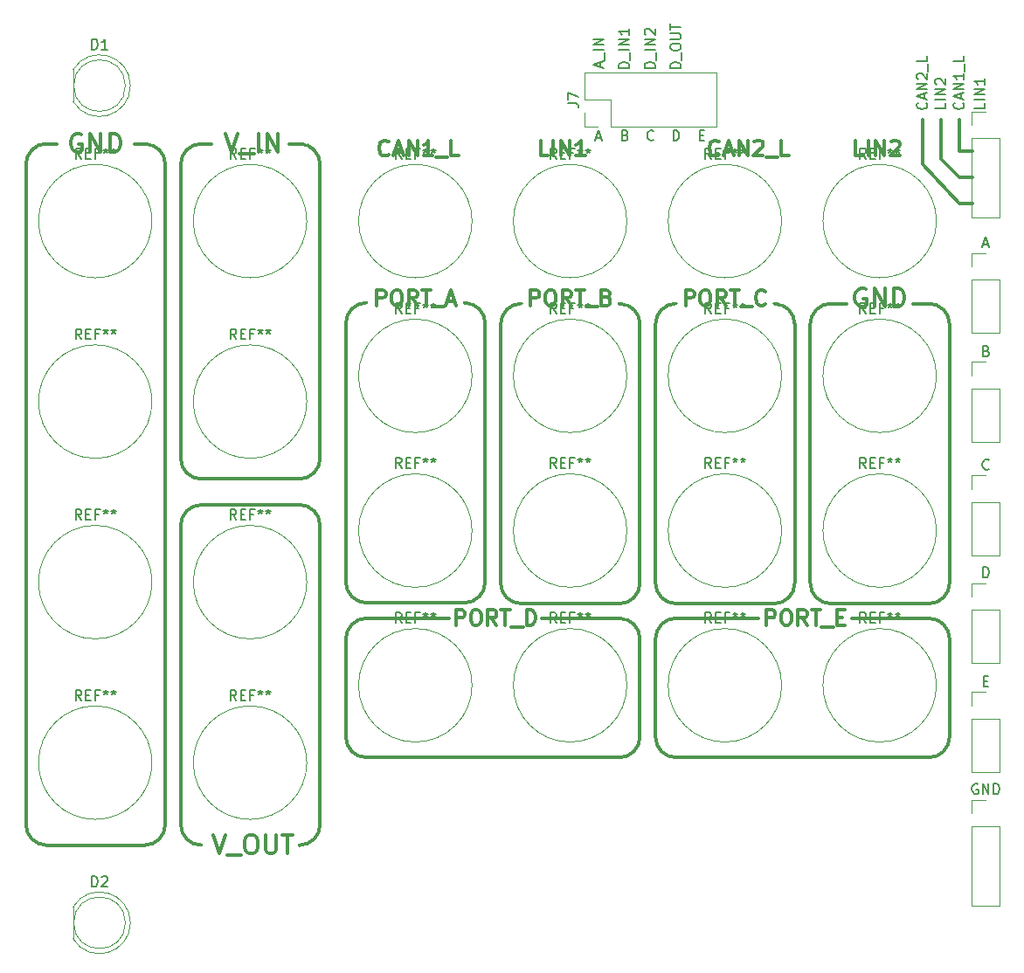
<source format=gto>
G04 #@! TF.GenerationSoftware,KiCad,Pcbnew,(6.0.1)*
G04 #@! TF.CreationDate,2022-03-31T21:17:37+02:00*
G04 #@! TF.ProjectId,Breadboard,42726561-6462-46f6-9172-642e6b696361,v1.0*
G04 #@! TF.SameCoordinates,Original*
G04 #@! TF.FileFunction,Legend,Top*
G04 #@! TF.FilePolarity,Positive*
%FSLAX46Y46*%
G04 Gerber Fmt 4.6, Leading zero omitted, Abs format (unit mm)*
G04 Created by KiCad (PCBNEW (6.0.1)) date 2022-03-31 21:17:37*
%MOMM*%
%LPD*%
G01*
G04 APERTURE LIST*
%ADD10C,0.300000*%
%ADD11C,0.150000*%
%ADD12C,0.120000*%
%ADD13R,1.700000X1.700000*%
%ADD14O,1.700000X1.700000*%
%ADD15C,10.160000*%
%ADD16R,1.800000X1.800000*%
%ADD17C,1.800000*%
%ADD18C,3.200000*%
%ADD19C,1.600000*%
%ADD20O,1.600000X1.600000*%
%ADD21R,2.100000X2.100000*%
%ADD22C,2.100000*%
%ADD23R,1.905000X2.000000*%
%ADD24O,1.905000X2.000000*%
%ADD25R,2.600000X2.600000*%
%ADD26C,2.600000*%
G04 APERTURE END LIST*
D10*
X116500000Y-60000000D02*
G75*
G03*
X114500000Y-62000000I-1J-1999999D01*
G01*
X186999999Y-119500001D02*
G75*
G03*
X188999999Y-117500001I1J1999999D01*
G01*
X186999999Y-119500001D02*
X162500000Y-119500001D01*
X179500000Y-106000001D02*
X187000000Y-106000001D01*
X159000000Y-108000000D02*
G75*
G03*
X157000000Y-106000000I-1999999J1D01*
G01*
X110999997Y-128000027D02*
G75*
G03*
X112999997Y-126000027I1J1999999D01*
G01*
X114500001Y-90499999D02*
X114500000Y-62000000D01*
X191214000Y-63260000D02*
X189944000Y-63260000D01*
X156999999Y-119500000D02*
G75*
G03*
X158999999Y-117500000I1J1999999D01*
G01*
X149500000Y-106000000D02*
X157000000Y-106000000D01*
X172000003Y-104585786D02*
G75*
G03*
X174000003Y-102585786I1J1999999D01*
G01*
X132500000Y-104499999D02*
X142000000Y-104500000D01*
X162500003Y-104585785D02*
X172000003Y-104585786D01*
X188166000Y-61482000D02*
X188166000Y-57672000D01*
X128000000Y-126000000D02*
X128000000Y-97000000D01*
X126000000Y-60000000D02*
X125000003Y-59999973D01*
X147500003Y-104585785D02*
X157000003Y-104585786D01*
X126000000Y-92500000D02*
G75*
G03*
X128000000Y-90500000I1J1999999D01*
G01*
X112999997Y-62000027D02*
G75*
G03*
X110999997Y-60000027I-1999999J1D01*
G01*
X128000000Y-97000000D02*
G75*
G03*
X126000000Y-95000000I-1999999J1D01*
G01*
X186388000Y-61990000D02*
X186388000Y-57672000D01*
X116500000Y-95000000D02*
G75*
G03*
X114500000Y-97000000I-1J-1999999D01*
G01*
X114500000Y-97000000D02*
X114500000Y-126000000D01*
X178500000Y-75500000D02*
X179000000Y-75500000D01*
X128000000Y-62000000D02*
X128000000Y-90500000D01*
X99499998Y-126000026D02*
G75*
G03*
X101499998Y-128000026I1999999J-1D01*
G01*
X101499997Y-60000027D02*
G75*
G03*
X99499997Y-62000027I-1J-1999999D01*
G01*
X145500004Y-102585785D02*
X145500000Y-77500000D01*
X191214000Y-60720000D02*
X189944000Y-60720000D01*
X130500001Y-102499999D02*
G75*
G03*
X132500001Y-104499999I1999999J-1D01*
G01*
X132500000Y-106000000D02*
G75*
G03*
X130500000Y-108000000I-1J-1999999D01*
G01*
X162500000Y-106000001D02*
X170500000Y-106000001D01*
X126000000Y-95000000D02*
X116500000Y-95000000D01*
X189944000Y-60720000D02*
X189944000Y-57672000D01*
X117500000Y-60000000D02*
X116500003Y-59999973D01*
X188999999Y-117500001D02*
X189000000Y-108000001D01*
X110999997Y-60000027D02*
X110000000Y-60000000D01*
X132499997Y-75414214D02*
G75*
G03*
X130499997Y-77414214I-1J-1999999D01*
G01*
X114500000Y-126000000D02*
G75*
G03*
X116500000Y-128000000I1999999J-1D01*
G01*
X114500001Y-90499999D02*
G75*
G03*
X116500001Y-92499999I1999999J-1D01*
G01*
X147500000Y-75500000D02*
G75*
G03*
X145500000Y-77500000I-1J-1999999D01*
G01*
X162500000Y-75500000D02*
G75*
G03*
X160500000Y-77500000I-1J-1999999D01*
G01*
X157000003Y-104585786D02*
G75*
G03*
X159000003Y-102585786I1J1999999D01*
G01*
X159000000Y-77500000D02*
X159000003Y-102585786D01*
X130500000Y-117500000D02*
G75*
G03*
X132500000Y-119500000I1999999J-1D01*
G01*
X175500004Y-102585785D02*
G75*
G03*
X177500004Y-104585785I1999999J-1D01*
G01*
X130500000Y-108000000D02*
X130499973Y-117499997D01*
X175500004Y-102585785D02*
X175500000Y-77500000D01*
X159000000Y-77500000D02*
G75*
G03*
X157000000Y-75500000I-1999999J1D01*
G01*
X143999997Y-77414214D02*
X144000000Y-102500000D01*
X132500000Y-106000000D02*
X140500000Y-106000000D01*
X128000000Y-62000000D02*
G75*
G03*
X126000000Y-60000000I-1999999J1D01*
G01*
X189000000Y-77500000D02*
G75*
G03*
X187000000Y-75500000I-1999999J1D01*
G01*
X189944000Y-63260000D02*
X188166000Y-61482000D01*
X174000000Y-77500000D02*
G75*
G03*
X172000000Y-75500000I-1999999J1D01*
G01*
X187000003Y-104585786D02*
G75*
G03*
X189000003Y-102585786I1J1999999D01*
G01*
X160500004Y-102585785D02*
G75*
G03*
X162500004Y-104585785I1999999J-1D01*
G01*
X160500000Y-117500001D02*
G75*
G03*
X162500000Y-119500001I1999999J-1D01*
G01*
X158999999Y-117500000D02*
X159000000Y-108000000D01*
X126000000Y-128000000D02*
G75*
G03*
X128000000Y-126000000I1J1999999D01*
G01*
X99500000Y-62000027D02*
X99500000Y-126000027D01*
X177500000Y-75500000D02*
G75*
G03*
X175500000Y-77500000I-1J-1999999D01*
G01*
X113000000Y-126000027D02*
X113000000Y-62000027D01*
X189944000Y-65800000D02*
X186388000Y-61990000D01*
X187000000Y-75500000D02*
X185500000Y-75500000D01*
X142000000Y-104500000D02*
G75*
G03*
X144000000Y-102500000I1J1999999D01*
G01*
X130500001Y-102499999D02*
X130499997Y-77414214D01*
X102500000Y-60000000D02*
X101499997Y-60000027D01*
X177500003Y-104585785D02*
X187000003Y-104585786D01*
X160500000Y-108000001D02*
X160499973Y-117499998D01*
X116500000Y-92499999D02*
X126000000Y-92500000D01*
X174000000Y-77500000D02*
X174000003Y-102585786D01*
X101500000Y-128000026D02*
X111000000Y-128000027D01*
X191214000Y-65800000D02*
X189944000Y-65800000D01*
X189000000Y-108000001D02*
G75*
G03*
X187000000Y-106000001I-1999999J1D01*
G01*
X156999999Y-119500000D02*
X132500000Y-119500000D01*
X143999997Y-77414214D02*
G75*
G03*
X141999997Y-75414214I-1999999J1D01*
G01*
X177500000Y-75500000D02*
X178500000Y-75500000D01*
X145500004Y-102585785D02*
G75*
G03*
X147500004Y-104585785I1999999J-1D01*
G01*
X160500004Y-102585785D02*
X160500000Y-77500000D01*
X162500000Y-106000001D02*
G75*
G03*
X160500000Y-108000001I-1J-1999999D01*
G01*
X189000000Y-77500000D02*
X189000003Y-102585786D01*
X118842857Y-59014285D02*
X119442857Y-60814285D01*
X120042857Y-59014285D01*
X120214285Y-60985714D02*
X121585714Y-60985714D01*
X122014285Y-60814285D02*
X122014285Y-59014285D01*
X122871428Y-60814285D02*
X122871428Y-59014285D01*
X123900000Y-60814285D01*
X123900000Y-59014285D01*
D11*
X190301142Y-56020761D02*
X190348761Y-56068380D01*
X190396380Y-56211238D01*
X190396380Y-56306476D01*
X190348761Y-56449333D01*
X190253523Y-56544571D01*
X190158285Y-56592190D01*
X189967809Y-56639809D01*
X189824952Y-56639809D01*
X189634476Y-56592190D01*
X189539238Y-56544571D01*
X189444000Y-56449333D01*
X189396380Y-56306476D01*
X189396380Y-56211238D01*
X189444000Y-56068380D01*
X189491619Y-56020761D01*
X190110666Y-55639809D02*
X190110666Y-55163619D01*
X190396380Y-55735047D02*
X189396380Y-55401714D01*
X190396380Y-55068380D01*
X190396380Y-54735047D02*
X189396380Y-54735047D01*
X190396380Y-54163619D01*
X189396380Y-54163619D01*
X190396380Y-53163619D02*
X190396380Y-53735047D01*
X190396380Y-53449333D02*
X189396380Y-53449333D01*
X189539238Y-53544571D01*
X189634476Y-53639809D01*
X189682095Y-53735047D01*
X190491619Y-52973142D02*
X190491619Y-52211238D01*
X190396380Y-51496952D02*
X190396380Y-51973142D01*
X189396380Y-51973142D01*
D10*
X141178571Y-106678571D02*
X141178571Y-105178571D01*
X141750000Y-105178571D01*
X141892857Y-105250000D01*
X141964285Y-105321428D01*
X142035714Y-105464285D01*
X142035714Y-105678571D01*
X141964285Y-105821428D01*
X141892857Y-105892857D01*
X141750000Y-105964285D01*
X141178571Y-105964285D01*
X142964285Y-105178571D02*
X143250000Y-105178571D01*
X143392857Y-105250000D01*
X143535714Y-105392857D01*
X143607142Y-105678571D01*
X143607142Y-106178571D01*
X143535714Y-106464285D01*
X143392857Y-106607142D01*
X143250000Y-106678571D01*
X142964285Y-106678571D01*
X142821428Y-106607142D01*
X142678571Y-106464285D01*
X142607142Y-106178571D01*
X142607142Y-105678571D01*
X142678571Y-105392857D01*
X142821428Y-105250000D01*
X142964285Y-105178571D01*
X145107142Y-106678571D02*
X144607142Y-105964285D01*
X144250000Y-106678571D02*
X144250000Y-105178571D01*
X144821428Y-105178571D01*
X144964285Y-105250000D01*
X145035714Y-105321428D01*
X145107142Y-105464285D01*
X145107142Y-105678571D01*
X145035714Y-105821428D01*
X144964285Y-105892857D01*
X144821428Y-105964285D01*
X144250000Y-105964285D01*
X145535714Y-105178571D02*
X146392857Y-105178571D01*
X145964285Y-106678571D02*
X145964285Y-105178571D01*
X146535714Y-106821428D02*
X147678571Y-106821428D01*
X148035714Y-106678571D02*
X148035714Y-105178571D01*
X148392857Y-105178571D01*
X148607142Y-105250000D01*
X148750000Y-105392857D01*
X148821428Y-105535714D01*
X148892857Y-105821428D01*
X148892857Y-106035714D01*
X148821428Y-106321428D01*
X148750000Y-106464285D01*
X148607142Y-106607142D01*
X148392857Y-106678571D01*
X148035714Y-106678571D01*
X180858571Y-74100000D02*
X180687142Y-74014285D01*
X180430000Y-74014285D01*
X180172857Y-74100000D01*
X180001428Y-74271428D01*
X179915714Y-74442857D01*
X179830000Y-74785714D01*
X179830000Y-75042857D01*
X179915714Y-75385714D01*
X180001428Y-75557142D01*
X180172857Y-75728571D01*
X180430000Y-75814285D01*
X180601428Y-75814285D01*
X180858571Y-75728571D01*
X180944285Y-75642857D01*
X180944285Y-75042857D01*
X180601428Y-75042857D01*
X181715714Y-75814285D02*
X181715714Y-74014285D01*
X182744285Y-75814285D01*
X182744285Y-74014285D01*
X183601428Y-75814285D02*
X183601428Y-74014285D01*
X184030000Y-74014285D01*
X184287142Y-74100000D01*
X184458571Y-74271428D01*
X184544285Y-74442857D01*
X184630000Y-74785714D01*
X184630000Y-75042857D01*
X184544285Y-75385714D01*
X184458571Y-75557142D01*
X184287142Y-75728571D01*
X184030000Y-75814285D01*
X183601428Y-75814285D01*
D11*
X154761904Y-59416666D02*
X155238095Y-59416666D01*
X154666666Y-59702380D02*
X155000000Y-58702380D01*
X155333333Y-59702380D01*
X162238095Y-59702380D02*
X162238095Y-58702380D01*
X162476190Y-58702380D01*
X162619047Y-58750000D01*
X162714285Y-58845238D01*
X162761904Y-58940476D01*
X162809523Y-59130952D01*
X162809523Y-59273809D01*
X162761904Y-59464285D01*
X162714285Y-59559523D01*
X162619047Y-59654761D01*
X162476190Y-59702380D01*
X162238095Y-59702380D01*
D10*
X134642857Y-61035714D02*
X134571428Y-61107142D01*
X134357142Y-61178571D01*
X134214285Y-61178571D01*
X134000000Y-61107142D01*
X133857142Y-60964285D01*
X133785714Y-60821428D01*
X133714285Y-60535714D01*
X133714285Y-60321428D01*
X133785714Y-60035714D01*
X133857142Y-59892857D01*
X134000000Y-59750000D01*
X134214285Y-59678571D01*
X134357142Y-59678571D01*
X134571428Y-59750000D01*
X134642857Y-59821428D01*
X135214285Y-60750000D02*
X135928571Y-60750000D01*
X135071428Y-61178571D02*
X135571428Y-59678571D01*
X136071428Y-61178571D01*
X136571428Y-61178571D02*
X136571428Y-59678571D01*
X137428571Y-61178571D01*
X137428571Y-59678571D01*
X138928571Y-61178571D02*
X138071428Y-61178571D01*
X138500000Y-61178571D02*
X138500000Y-59678571D01*
X138357142Y-59892857D01*
X138214285Y-60035714D01*
X138071428Y-60107142D01*
X139214285Y-61321428D02*
X140357142Y-61321428D01*
X141428571Y-61178571D02*
X140714285Y-61178571D01*
X140714285Y-59678571D01*
D11*
X192428380Y-56060571D02*
X192428380Y-56536761D01*
X191428380Y-56536761D01*
X192428380Y-55727238D02*
X191428380Y-55727238D01*
X192428380Y-55251047D02*
X191428380Y-55251047D01*
X192428380Y-54679619D01*
X191428380Y-54679619D01*
X192428380Y-53679619D02*
X192428380Y-54251047D01*
X192428380Y-53965333D02*
X191428380Y-53965333D01*
X191571238Y-54060571D01*
X191666476Y-54155809D01*
X191714095Y-54251047D01*
D10*
X166642857Y-61035714D02*
X166571428Y-61107142D01*
X166357142Y-61178571D01*
X166214285Y-61178571D01*
X166000000Y-61107142D01*
X165857142Y-60964285D01*
X165785714Y-60821428D01*
X165714285Y-60535714D01*
X165714285Y-60321428D01*
X165785714Y-60035714D01*
X165857142Y-59892857D01*
X166000000Y-59750000D01*
X166214285Y-59678571D01*
X166357142Y-59678571D01*
X166571428Y-59750000D01*
X166642857Y-59821428D01*
X167214285Y-60750000D02*
X167928571Y-60750000D01*
X167071428Y-61178571D02*
X167571428Y-59678571D01*
X168071428Y-61178571D01*
X168571428Y-61178571D02*
X168571428Y-59678571D01*
X169428571Y-61178571D01*
X169428571Y-59678571D01*
X170071428Y-59821428D02*
X170142857Y-59750000D01*
X170285714Y-59678571D01*
X170642857Y-59678571D01*
X170785714Y-59750000D01*
X170857142Y-59821428D01*
X170928571Y-59964285D01*
X170928571Y-60107142D01*
X170857142Y-60321428D01*
X170000000Y-61178571D01*
X170928571Y-61178571D01*
X171214285Y-61321428D02*
X172357142Y-61321428D01*
X173428571Y-61178571D02*
X172714285Y-61178571D01*
X172714285Y-59678571D01*
D11*
X160309523Y-59607142D02*
X160261904Y-59654761D01*
X160119047Y-59702380D01*
X160023809Y-59702380D01*
X159880952Y-59654761D01*
X159785714Y-59559523D01*
X159738095Y-59464285D01*
X159690476Y-59273809D01*
X159690476Y-59130952D01*
X159738095Y-58940476D01*
X159785714Y-58845238D01*
X159880952Y-58750000D01*
X160023809Y-58702380D01*
X160119047Y-58702380D01*
X160261904Y-58750000D01*
X160309523Y-58797619D01*
D10*
X180607142Y-61178571D02*
X179892857Y-61178571D01*
X179892857Y-59678571D01*
X181107142Y-61178571D02*
X181107142Y-59678571D01*
X181821428Y-61178571D02*
X181821428Y-59678571D01*
X182678571Y-61178571D01*
X182678571Y-59678571D01*
X183321428Y-59821428D02*
X183392857Y-59750000D01*
X183535714Y-59678571D01*
X183892857Y-59678571D01*
X184035714Y-59750000D01*
X184107142Y-59821428D01*
X184178571Y-59964285D01*
X184178571Y-60107142D01*
X184107142Y-60321428D01*
X183250000Y-61178571D01*
X184178571Y-61178571D01*
D11*
X160452380Y-52664404D02*
X159452380Y-52664404D01*
X159452380Y-52426309D01*
X159500000Y-52283452D01*
X159595238Y-52188214D01*
X159690476Y-52140595D01*
X159880952Y-52092976D01*
X160023809Y-52092976D01*
X160214285Y-52140595D01*
X160309523Y-52188214D01*
X160404761Y-52283452D01*
X160452380Y-52426309D01*
X160452380Y-52664404D01*
X160547619Y-51902500D02*
X160547619Y-51140595D01*
X160452380Y-50902500D02*
X159452380Y-50902500D01*
X160452380Y-50426309D02*
X159452380Y-50426309D01*
X160452380Y-49854880D01*
X159452380Y-49854880D01*
X159547619Y-49426309D02*
X159500000Y-49378690D01*
X159452380Y-49283452D01*
X159452380Y-49045357D01*
X159500000Y-48950119D01*
X159547619Y-48902500D01*
X159642857Y-48854880D01*
X159738095Y-48854880D01*
X159880952Y-48902500D01*
X160452380Y-49473928D01*
X160452380Y-48854880D01*
D10*
X171250000Y-106678571D02*
X171250000Y-105178571D01*
X171821428Y-105178571D01*
X171964285Y-105250000D01*
X172035714Y-105321428D01*
X172107142Y-105464285D01*
X172107142Y-105678571D01*
X172035714Y-105821428D01*
X171964285Y-105892857D01*
X171821428Y-105964285D01*
X171250000Y-105964285D01*
X173035714Y-105178571D02*
X173321428Y-105178571D01*
X173464285Y-105250000D01*
X173607142Y-105392857D01*
X173678571Y-105678571D01*
X173678571Y-106178571D01*
X173607142Y-106464285D01*
X173464285Y-106607142D01*
X173321428Y-106678571D01*
X173035714Y-106678571D01*
X172892857Y-106607142D01*
X172750000Y-106464285D01*
X172678571Y-106178571D01*
X172678571Y-105678571D01*
X172750000Y-105392857D01*
X172892857Y-105250000D01*
X173035714Y-105178571D01*
X175178571Y-106678571D02*
X174678571Y-105964285D01*
X174321428Y-106678571D02*
X174321428Y-105178571D01*
X174892857Y-105178571D01*
X175035714Y-105250000D01*
X175107142Y-105321428D01*
X175178571Y-105464285D01*
X175178571Y-105678571D01*
X175107142Y-105821428D01*
X175035714Y-105892857D01*
X174892857Y-105964285D01*
X174321428Y-105964285D01*
X175607142Y-105178571D02*
X176464285Y-105178571D01*
X176035714Y-106678571D02*
X176035714Y-105178571D01*
X176607142Y-106821428D02*
X177750000Y-106821428D01*
X178107142Y-105892857D02*
X178607142Y-105892857D01*
X178821428Y-106678571D02*
X178107142Y-106678571D01*
X178107142Y-105178571D01*
X178821428Y-105178571D01*
X150107142Y-61178571D02*
X149392857Y-61178571D01*
X149392857Y-59678571D01*
X150607142Y-61178571D02*
X150607142Y-59678571D01*
X151321428Y-61178571D02*
X151321428Y-59678571D01*
X152178571Y-61178571D01*
X152178571Y-59678571D01*
X153678571Y-61178571D02*
X152821428Y-61178571D01*
X153250000Y-61178571D02*
X153250000Y-59678571D01*
X153107142Y-59892857D01*
X152964285Y-60035714D01*
X152821428Y-60107142D01*
D11*
X188618380Y-56060571D02*
X188618380Y-56536761D01*
X187618380Y-56536761D01*
X188618380Y-55727238D02*
X187618380Y-55727238D01*
X188618380Y-55251047D02*
X187618380Y-55251047D01*
X188618380Y-54679619D01*
X187618380Y-54679619D01*
X187713619Y-54251047D02*
X187666000Y-54203428D01*
X187618380Y-54108190D01*
X187618380Y-53870095D01*
X187666000Y-53774857D01*
X187713619Y-53727238D01*
X187808857Y-53679619D01*
X187904095Y-53679619D01*
X188046952Y-53727238D01*
X188618380Y-54298666D01*
X188618380Y-53679619D01*
X157952380Y-52664404D02*
X156952380Y-52664404D01*
X156952380Y-52426309D01*
X157000000Y-52283452D01*
X157095238Y-52188214D01*
X157190476Y-52140595D01*
X157380952Y-52092976D01*
X157523809Y-52092976D01*
X157714285Y-52140595D01*
X157809523Y-52188214D01*
X157904761Y-52283452D01*
X157952380Y-52426309D01*
X157952380Y-52664404D01*
X158047619Y-51902500D02*
X158047619Y-51140595D01*
X157952380Y-50902500D02*
X156952380Y-50902500D01*
X157952380Y-50426309D02*
X156952380Y-50426309D01*
X157952380Y-49854880D01*
X156952380Y-49854880D01*
X157952380Y-48854880D02*
X157952380Y-49426309D01*
X157952380Y-49140595D02*
X156952380Y-49140595D01*
X157095238Y-49235833D01*
X157190476Y-49331071D01*
X157238095Y-49426309D01*
X157571428Y-59178571D02*
X157714285Y-59226190D01*
X157761904Y-59273809D01*
X157809523Y-59369047D01*
X157809523Y-59511904D01*
X157761904Y-59607142D01*
X157714285Y-59654761D01*
X157619047Y-59702380D01*
X157238095Y-59702380D01*
X157238095Y-58702380D01*
X157571428Y-58702380D01*
X157666666Y-58750000D01*
X157714285Y-58797619D01*
X157761904Y-58892857D01*
X157761904Y-58988095D01*
X157714285Y-59083333D01*
X157666666Y-59130952D01*
X157571428Y-59178571D01*
X157238095Y-59178571D01*
D10*
X104878571Y-59100000D02*
X104707142Y-59014285D01*
X104450000Y-59014285D01*
X104192857Y-59100000D01*
X104021428Y-59271428D01*
X103935714Y-59442857D01*
X103850000Y-59785714D01*
X103850000Y-60042857D01*
X103935714Y-60385714D01*
X104021428Y-60557142D01*
X104192857Y-60728571D01*
X104450000Y-60814285D01*
X104621428Y-60814285D01*
X104878571Y-60728571D01*
X104964285Y-60642857D01*
X104964285Y-60042857D01*
X104621428Y-60042857D01*
X105735714Y-60814285D02*
X105735714Y-59014285D01*
X106764285Y-60814285D01*
X106764285Y-59014285D01*
X107621428Y-60814285D02*
X107621428Y-59014285D01*
X108050000Y-59014285D01*
X108307142Y-59100000D01*
X108478571Y-59271428D01*
X108564285Y-59442857D01*
X108650000Y-59785714D01*
X108650000Y-60042857D01*
X108564285Y-60385714D01*
X108478571Y-60557142D01*
X108307142Y-60728571D01*
X108050000Y-60814285D01*
X107621428Y-60814285D01*
X133515714Y-75678571D02*
X133515714Y-74178571D01*
X134087142Y-74178571D01*
X134230000Y-74250000D01*
X134301428Y-74321428D01*
X134372857Y-74464285D01*
X134372857Y-74678571D01*
X134301428Y-74821428D01*
X134230000Y-74892857D01*
X134087142Y-74964285D01*
X133515714Y-74964285D01*
X135301428Y-74178571D02*
X135587142Y-74178571D01*
X135730000Y-74250000D01*
X135872857Y-74392857D01*
X135944285Y-74678571D01*
X135944285Y-75178571D01*
X135872857Y-75464285D01*
X135730000Y-75607142D01*
X135587142Y-75678571D01*
X135301428Y-75678571D01*
X135158571Y-75607142D01*
X135015714Y-75464285D01*
X134944285Y-75178571D01*
X134944285Y-74678571D01*
X135015714Y-74392857D01*
X135158571Y-74250000D01*
X135301428Y-74178571D01*
X137444285Y-75678571D02*
X136944285Y-74964285D01*
X136587142Y-75678571D02*
X136587142Y-74178571D01*
X137158571Y-74178571D01*
X137301428Y-74250000D01*
X137372857Y-74321428D01*
X137444285Y-74464285D01*
X137444285Y-74678571D01*
X137372857Y-74821428D01*
X137301428Y-74892857D01*
X137158571Y-74964285D01*
X136587142Y-74964285D01*
X137872857Y-74178571D02*
X138730000Y-74178571D01*
X138301428Y-75678571D02*
X138301428Y-74178571D01*
X138872857Y-75821428D02*
X140015714Y-75821428D01*
X140301428Y-75250000D02*
X141015714Y-75250000D01*
X140158571Y-75678571D02*
X140658571Y-74178571D01*
X141158571Y-75678571D01*
X117642857Y-127014285D02*
X118242857Y-128814285D01*
X118842857Y-127014285D01*
X119014285Y-128985714D02*
X120385714Y-128985714D01*
X121157142Y-127014285D02*
X121500000Y-127014285D01*
X121671428Y-127100000D01*
X121842857Y-127271428D01*
X121928571Y-127614285D01*
X121928571Y-128214285D01*
X121842857Y-128557142D01*
X121671428Y-128728571D01*
X121500000Y-128814285D01*
X121157142Y-128814285D01*
X120985714Y-128728571D01*
X120814285Y-128557142D01*
X120728571Y-128214285D01*
X120728571Y-127614285D01*
X120814285Y-127271428D01*
X120985714Y-127100000D01*
X121157142Y-127014285D01*
X122700000Y-127014285D02*
X122700000Y-128471428D01*
X122785714Y-128642857D01*
X122871428Y-128728571D01*
X123042857Y-128814285D01*
X123385714Y-128814285D01*
X123557142Y-128728571D01*
X123642857Y-128642857D01*
X123728571Y-128471428D01*
X123728571Y-127014285D01*
X124328571Y-127014285D02*
X125357142Y-127014285D01*
X124842857Y-128814285D02*
X124842857Y-127014285D01*
D11*
X155166666Y-52558023D02*
X155166666Y-52081833D01*
X155452380Y-52653261D02*
X154452380Y-52319928D01*
X155452380Y-51986595D01*
X155547619Y-51891357D02*
X155547619Y-51129452D01*
X155452380Y-50891357D02*
X154452380Y-50891357D01*
X155452380Y-50415166D02*
X154452380Y-50415166D01*
X155452380Y-49843738D01*
X154452380Y-49843738D01*
X162952380Y-52664404D02*
X161952380Y-52664404D01*
X161952380Y-52426309D01*
X162000000Y-52283452D01*
X162095238Y-52188214D01*
X162190476Y-52140595D01*
X162380952Y-52092976D01*
X162523809Y-52092976D01*
X162714285Y-52140595D01*
X162809523Y-52188214D01*
X162904761Y-52283452D01*
X162952380Y-52426309D01*
X162952380Y-52664404D01*
X163047619Y-51902500D02*
X163047619Y-51140595D01*
X161952380Y-50712023D02*
X161952380Y-50521547D01*
X162000000Y-50426309D01*
X162095238Y-50331071D01*
X162285714Y-50283452D01*
X162619047Y-50283452D01*
X162809523Y-50331071D01*
X162904761Y-50426309D01*
X162952380Y-50521547D01*
X162952380Y-50712023D01*
X162904761Y-50807261D01*
X162809523Y-50902500D01*
X162619047Y-50950119D01*
X162285714Y-50950119D01*
X162095238Y-50902500D01*
X162000000Y-50807261D01*
X161952380Y-50712023D01*
X161952380Y-49854880D02*
X162761904Y-49854880D01*
X162857142Y-49807261D01*
X162904761Y-49759642D01*
X162952380Y-49664404D01*
X162952380Y-49473928D01*
X162904761Y-49378690D01*
X162857142Y-49331071D01*
X162761904Y-49283452D01*
X161952380Y-49283452D01*
X161952380Y-48950119D02*
X161952380Y-48378690D01*
X162952380Y-48664404D02*
X161952380Y-48664404D01*
X164785714Y-59178571D02*
X165119047Y-59178571D01*
X165261904Y-59702380D02*
X164785714Y-59702380D01*
X164785714Y-58702380D01*
X165261904Y-58702380D01*
D10*
X163408571Y-75678571D02*
X163408571Y-74178571D01*
X163980000Y-74178571D01*
X164122857Y-74250000D01*
X164194285Y-74321428D01*
X164265714Y-74464285D01*
X164265714Y-74678571D01*
X164194285Y-74821428D01*
X164122857Y-74892857D01*
X163980000Y-74964285D01*
X163408571Y-74964285D01*
X165194285Y-74178571D02*
X165480000Y-74178571D01*
X165622857Y-74250000D01*
X165765714Y-74392857D01*
X165837142Y-74678571D01*
X165837142Y-75178571D01*
X165765714Y-75464285D01*
X165622857Y-75607142D01*
X165480000Y-75678571D01*
X165194285Y-75678571D01*
X165051428Y-75607142D01*
X164908571Y-75464285D01*
X164837142Y-75178571D01*
X164837142Y-74678571D01*
X164908571Y-74392857D01*
X165051428Y-74250000D01*
X165194285Y-74178571D01*
X167337142Y-75678571D02*
X166837142Y-74964285D01*
X166480000Y-75678571D02*
X166480000Y-74178571D01*
X167051428Y-74178571D01*
X167194285Y-74250000D01*
X167265714Y-74321428D01*
X167337142Y-74464285D01*
X167337142Y-74678571D01*
X167265714Y-74821428D01*
X167194285Y-74892857D01*
X167051428Y-74964285D01*
X166480000Y-74964285D01*
X167765714Y-74178571D02*
X168622857Y-74178571D01*
X168194285Y-75678571D02*
X168194285Y-74178571D01*
X168765714Y-75821428D02*
X169908571Y-75821428D01*
X171122857Y-75535714D02*
X171051428Y-75607142D01*
X170837142Y-75678571D01*
X170694285Y-75678571D01*
X170480000Y-75607142D01*
X170337142Y-75464285D01*
X170265714Y-75321428D01*
X170194285Y-75035714D01*
X170194285Y-74821428D01*
X170265714Y-74535714D01*
X170337142Y-74392857D01*
X170480000Y-74250000D01*
X170694285Y-74178571D01*
X170837142Y-74178571D01*
X171051428Y-74250000D01*
X171122857Y-74321428D01*
D11*
X186745142Y-56020761D02*
X186792761Y-56068380D01*
X186840380Y-56211238D01*
X186840380Y-56306476D01*
X186792761Y-56449333D01*
X186697523Y-56544571D01*
X186602285Y-56592190D01*
X186411809Y-56639809D01*
X186268952Y-56639809D01*
X186078476Y-56592190D01*
X185983238Y-56544571D01*
X185888000Y-56449333D01*
X185840380Y-56306476D01*
X185840380Y-56211238D01*
X185888000Y-56068380D01*
X185935619Y-56020761D01*
X186554666Y-55639809D02*
X186554666Y-55163619D01*
X186840380Y-55735047D02*
X185840380Y-55401714D01*
X186840380Y-55068380D01*
X186840380Y-54735047D02*
X185840380Y-54735047D01*
X186840380Y-54163619D01*
X185840380Y-54163619D01*
X185935619Y-53735047D02*
X185888000Y-53687428D01*
X185840380Y-53592190D01*
X185840380Y-53354095D01*
X185888000Y-53258857D01*
X185935619Y-53211238D01*
X186030857Y-53163619D01*
X186126095Y-53163619D01*
X186268952Y-53211238D01*
X186840380Y-53782666D01*
X186840380Y-53163619D01*
X186935619Y-52973142D02*
X186935619Y-52211238D01*
X186840380Y-51496952D02*
X186840380Y-51973142D01*
X185840380Y-51973142D01*
D10*
X148408571Y-75678571D02*
X148408571Y-74178571D01*
X148980000Y-74178571D01*
X149122857Y-74250000D01*
X149194285Y-74321428D01*
X149265714Y-74464285D01*
X149265714Y-74678571D01*
X149194285Y-74821428D01*
X149122857Y-74892857D01*
X148980000Y-74964285D01*
X148408571Y-74964285D01*
X150194285Y-74178571D02*
X150480000Y-74178571D01*
X150622857Y-74250000D01*
X150765714Y-74392857D01*
X150837142Y-74678571D01*
X150837142Y-75178571D01*
X150765714Y-75464285D01*
X150622857Y-75607142D01*
X150480000Y-75678571D01*
X150194285Y-75678571D01*
X150051428Y-75607142D01*
X149908571Y-75464285D01*
X149837142Y-75178571D01*
X149837142Y-74678571D01*
X149908571Y-74392857D01*
X150051428Y-74250000D01*
X150194285Y-74178571D01*
X152337142Y-75678571D02*
X151837142Y-74964285D01*
X151480000Y-75678571D02*
X151480000Y-74178571D01*
X152051428Y-74178571D01*
X152194285Y-74250000D01*
X152265714Y-74321428D01*
X152337142Y-74464285D01*
X152337142Y-74678571D01*
X152265714Y-74821428D01*
X152194285Y-74892857D01*
X152051428Y-74964285D01*
X151480000Y-74964285D01*
X152765714Y-74178571D02*
X153622857Y-74178571D01*
X153194285Y-75678571D02*
X153194285Y-74178571D01*
X153765714Y-75821428D02*
X154908571Y-75821428D01*
X155765714Y-74892857D02*
X155980000Y-74964285D01*
X156051428Y-75035714D01*
X156122857Y-75178571D01*
X156122857Y-75392857D01*
X156051428Y-75535714D01*
X155980000Y-75607142D01*
X155837142Y-75678571D01*
X155265714Y-75678571D01*
X155265714Y-74178571D01*
X155765714Y-74178571D01*
X155908571Y-74250000D01*
X155980000Y-74321428D01*
X156051428Y-74464285D01*
X156051428Y-74607142D01*
X155980000Y-74750000D01*
X155908571Y-74821428D01*
X155765714Y-74892857D01*
X155265714Y-74892857D01*
D11*
X192285714Y-112073571D02*
X192619047Y-112073571D01*
X192761904Y-112597380D02*
X192285714Y-112597380D01*
X192285714Y-111597380D01*
X192761904Y-111597380D01*
X180896666Y-61452380D02*
X180563333Y-60976190D01*
X180325238Y-61452380D02*
X180325238Y-60452380D01*
X180706190Y-60452380D01*
X180801428Y-60500000D01*
X180849047Y-60547619D01*
X180896666Y-60642857D01*
X180896666Y-60785714D01*
X180849047Y-60880952D01*
X180801428Y-60928571D01*
X180706190Y-60976190D01*
X180325238Y-60976190D01*
X181325238Y-60928571D02*
X181658571Y-60928571D01*
X181801428Y-61452380D02*
X181325238Y-61452380D01*
X181325238Y-60452380D01*
X181801428Y-60452380D01*
X182563333Y-60928571D02*
X182230000Y-60928571D01*
X182230000Y-61452380D02*
X182230000Y-60452380D01*
X182706190Y-60452380D01*
X183230000Y-60452380D02*
X183230000Y-60690476D01*
X182991904Y-60595238D02*
X183230000Y-60690476D01*
X183468095Y-60595238D01*
X183087142Y-60880952D02*
X183230000Y-60690476D01*
X183372857Y-60880952D01*
X183991904Y-60452380D02*
X183991904Y-60690476D01*
X183753809Y-60595238D02*
X183991904Y-60690476D01*
X184230000Y-60595238D01*
X183849047Y-60880952D02*
X183991904Y-60690476D01*
X184134761Y-60880952D01*
X192238095Y-102042380D02*
X192238095Y-101042380D01*
X192476190Y-101042380D01*
X192619047Y-101090000D01*
X192714285Y-101185238D01*
X192761904Y-101280476D01*
X192809523Y-101470952D01*
X192809523Y-101613809D01*
X192761904Y-101804285D01*
X192714285Y-101899523D01*
X192619047Y-101994761D01*
X192476190Y-102042380D01*
X192238095Y-102042380D01*
X105893904Y-50862380D02*
X105893904Y-49862380D01*
X106132000Y-49862380D01*
X106274857Y-49910000D01*
X106370095Y-50005238D01*
X106417714Y-50100476D01*
X106465333Y-50290952D01*
X106465333Y-50433809D01*
X106417714Y-50624285D01*
X106370095Y-50719523D01*
X106274857Y-50814761D01*
X106132000Y-50862380D01*
X105893904Y-50862380D01*
X107417714Y-50862380D02*
X106846285Y-50862380D01*
X107132000Y-50862380D02*
X107132000Y-49862380D01*
X107036761Y-50005238D01*
X106941523Y-50100476D01*
X106846285Y-50148095D01*
X104882666Y-61452380D02*
X104549333Y-60976190D01*
X104311238Y-61452380D02*
X104311238Y-60452380D01*
X104692190Y-60452380D01*
X104787428Y-60500000D01*
X104835047Y-60547619D01*
X104882666Y-60642857D01*
X104882666Y-60785714D01*
X104835047Y-60880952D01*
X104787428Y-60928571D01*
X104692190Y-60976190D01*
X104311238Y-60976190D01*
X105311238Y-60928571D02*
X105644571Y-60928571D01*
X105787428Y-61452380D02*
X105311238Y-61452380D01*
X105311238Y-60452380D01*
X105787428Y-60452380D01*
X106549333Y-60928571D02*
X106216000Y-60928571D01*
X106216000Y-61452380D02*
X106216000Y-60452380D01*
X106692190Y-60452380D01*
X107216000Y-60452380D02*
X107216000Y-60690476D01*
X106977904Y-60595238D02*
X107216000Y-60690476D01*
X107454095Y-60595238D01*
X107073142Y-60880952D02*
X107216000Y-60690476D01*
X107358857Y-60880952D01*
X107977904Y-60452380D02*
X107977904Y-60690476D01*
X107739809Y-60595238D02*
X107977904Y-60690476D01*
X108216000Y-60595238D01*
X107835047Y-60880952D02*
X107977904Y-60690476D01*
X108120761Y-60880952D01*
X104882666Y-113952380D02*
X104549333Y-113476190D01*
X104311238Y-113952380D02*
X104311238Y-112952380D01*
X104692190Y-112952380D01*
X104787428Y-113000000D01*
X104835047Y-113047619D01*
X104882666Y-113142857D01*
X104882666Y-113285714D01*
X104835047Y-113380952D01*
X104787428Y-113428571D01*
X104692190Y-113476190D01*
X104311238Y-113476190D01*
X105311238Y-113428571D02*
X105644571Y-113428571D01*
X105787428Y-113952380D02*
X105311238Y-113952380D01*
X105311238Y-112952380D01*
X105787428Y-112952380D01*
X106549333Y-113428571D02*
X106216000Y-113428571D01*
X106216000Y-113952380D02*
X106216000Y-112952380D01*
X106692190Y-112952380D01*
X107216000Y-112952380D02*
X107216000Y-113190476D01*
X106977904Y-113095238D02*
X107216000Y-113190476D01*
X107454095Y-113095238D01*
X107073142Y-113380952D02*
X107216000Y-113190476D01*
X107358857Y-113380952D01*
X107977904Y-112952380D02*
X107977904Y-113190476D01*
X107739809Y-113095238D02*
X107977904Y-113190476D01*
X108216000Y-113095238D01*
X107835047Y-113380952D02*
X107977904Y-113190476D01*
X108120761Y-113380952D01*
X119882666Y-78952380D02*
X119549333Y-78476190D01*
X119311238Y-78952380D02*
X119311238Y-77952380D01*
X119692190Y-77952380D01*
X119787428Y-78000000D01*
X119835047Y-78047619D01*
X119882666Y-78142857D01*
X119882666Y-78285714D01*
X119835047Y-78380952D01*
X119787428Y-78428571D01*
X119692190Y-78476190D01*
X119311238Y-78476190D01*
X120311238Y-78428571D02*
X120644571Y-78428571D01*
X120787428Y-78952380D02*
X120311238Y-78952380D01*
X120311238Y-77952380D01*
X120787428Y-77952380D01*
X121549333Y-78428571D02*
X121216000Y-78428571D01*
X121216000Y-78952380D02*
X121216000Y-77952380D01*
X121692190Y-77952380D01*
X122216000Y-77952380D02*
X122216000Y-78190476D01*
X121977904Y-78095238D02*
X122216000Y-78190476D01*
X122454095Y-78095238D01*
X122073142Y-78380952D02*
X122216000Y-78190476D01*
X122358857Y-78380952D01*
X122977904Y-77952380D02*
X122977904Y-78190476D01*
X122739809Y-78095238D02*
X122977904Y-78190476D01*
X123216000Y-78095238D01*
X122835047Y-78380952D02*
X122977904Y-78190476D01*
X123120761Y-78380952D01*
X150896666Y-106452380D02*
X150563333Y-105976190D01*
X150325238Y-106452380D02*
X150325238Y-105452380D01*
X150706190Y-105452380D01*
X150801428Y-105500000D01*
X150849047Y-105547619D01*
X150896666Y-105642857D01*
X150896666Y-105785714D01*
X150849047Y-105880952D01*
X150801428Y-105928571D01*
X150706190Y-105976190D01*
X150325238Y-105976190D01*
X151325238Y-105928571D02*
X151658571Y-105928571D01*
X151801428Y-106452380D02*
X151325238Y-106452380D01*
X151325238Y-105452380D01*
X151801428Y-105452380D01*
X152563333Y-105928571D02*
X152230000Y-105928571D01*
X152230000Y-106452380D02*
X152230000Y-105452380D01*
X152706190Y-105452380D01*
X153230000Y-105452380D02*
X153230000Y-105690476D01*
X152991904Y-105595238D02*
X153230000Y-105690476D01*
X153468095Y-105595238D01*
X153087142Y-105880952D02*
X153230000Y-105690476D01*
X153372857Y-105880952D01*
X153991904Y-105452380D02*
X153991904Y-105690476D01*
X153753809Y-105595238D02*
X153991904Y-105690476D01*
X154230000Y-105595238D01*
X153849047Y-105880952D02*
X153991904Y-105690476D01*
X154134761Y-105880952D01*
X135896666Y-76452380D02*
X135563333Y-75976190D01*
X135325238Y-76452380D02*
X135325238Y-75452380D01*
X135706190Y-75452380D01*
X135801428Y-75500000D01*
X135849047Y-75547619D01*
X135896666Y-75642857D01*
X135896666Y-75785714D01*
X135849047Y-75880952D01*
X135801428Y-75928571D01*
X135706190Y-75976190D01*
X135325238Y-75976190D01*
X136325238Y-75928571D02*
X136658571Y-75928571D01*
X136801428Y-76452380D02*
X136325238Y-76452380D01*
X136325238Y-75452380D01*
X136801428Y-75452380D01*
X137563333Y-75928571D02*
X137230000Y-75928571D01*
X137230000Y-76452380D02*
X137230000Y-75452380D01*
X137706190Y-75452380D01*
X138230000Y-75452380D02*
X138230000Y-75690476D01*
X137991904Y-75595238D02*
X138230000Y-75690476D01*
X138468095Y-75595238D01*
X138087142Y-75880952D02*
X138230000Y-75690476D01*
X138372857Y-75880952D01*
X138991904Y-75452380D02*
X138991904Y-75690476D01*
X138753809Y-75595238D02*
X138991904Y-75690476D01*
X139230000Y-75595238D01*
X138849047Y-75880952D02*
X138991904Y-75690476D01*
X139134761Y-75880952D01*
X165896666Y-61452380D02*
X165563333Y-60976190D01*
X165325238Y-61452380D02*
X165325238Y-60452380D01*
X165706190Y-60452380D01*
X165801428Y-60500000D01*
X165849047Y-60547619D01*
X165896666Y-60642857D01*
X165896666Y-60785714D01*
X165849047Y-60880952D01*
X165801428Y-60928571D01*
X165706190Y-60976190D01*
X165325238Y-60976190D01*
X166325238Y-60928571D02*
X166658571Y-60928571D01*
X166801428Y-61452380D02*
X166325238Y-61452380D01*
X166325238Y-60452380D01*
X166801428Y-60452380D01*
X167563333Y-60928571D02*
X167230000Y-60928571D01*
X167230000Y-61452380D02*
X167230000Y-60452380D01*
X167706190Y-60452380D01*
X168230000Y-60452380D02*
X168230000Y-60690476D01*
X167991904Y-60595238D02*
X168230000Y-60690476D01*
X168468095Y-60595238D01*
X168087142Y-60880952D02*
X168230000Y-60690476D01*
X168372857Y-60880952D01*
X168991904Y-60452380D02*
X168991904Y-60690476D01*
X168753809Y-60595238D02*
X168991904Y-60690476D01*
X169230000Y-60595238D01*
X168849047Y-60880952D02*
X168991904Y-60690476D01*
X169134761Y-60880952D01*
X165896666Y-91452380D02*
X165563333Y-90976190D01*
X165325238Y-91452380D02*
X165325238Y-90452380D01*
X165706190Y-90452380D01*
X165801428Y-90500000D01*
X165849047Y-90547619D01*
X165896666Y-90642857D01*
X165896666Y-90785714D01*
X165849047Y-90880952D01*
X165801428Y-90928571D01*
X165706190Y-90976190D01*
X165325238Y-90976190D01*
X166325238Y-90928571D02*
X166658571Y-90928571D01*
X166801428Y-91452380D02*
X166325238Y-91452380D01*
X166325238Y-90452380D01*
X166801428Y-90452380D01*
X167563333Y-90928571D02*
X167230000Y-90928571D01*
X167230000Y-91452380D02*
X167230000Y-90452380D01*
X167706190Y-90452380D01*
X168230000Y-90452380D02*
X168230000Y-90690476D01*
X167991904Y-90595238D02*
X168230000Y-90690476D01*
X168468095Y-90595238D01*
X168087142Y-90880952D02*
X168230000Y-90690476D01*
X168372857Y-90880952D01*
X168991904Y-90452380D02*
X168991904Y-90690476D01*
X168753809Y-90595238D02*
X168991904Y-90690476D01*
X169230000Y-90595238D01*
X168849047Y-90880952D02*
X168991904Y-90690476D01*
X169134761Y-90880952D01*
X152042380Y-56063333D02*
X152756666Y-56063333D01*
X152899523Y-56110952D01*
X152994761Y-56206190D01*
X153042380Y-56349047D01*
X153042380Y-56444285D01*
X152042380Y-55682380D02*
X152042380Y-55015714D01*
X153042380Y-55444285D01*
X150896666Y-61452380D02*
X150563333Y-60976190D01*
X150325238Y-61452380D02*
X150325238Y-60452380D01*
X150706190Y-60452380D01*
X150801428Y-60500000D01*
X150849047Y-60547619D01*
X150896666Y-60642857D01*
X150896666Y-60785714D01*
X150849047Y-60880952D01*
X150801428Y-60928571D01*
X150706190Y-60976190D01*
X150325238Y-60976190D01*
X151325238Y-60928571D02*
X151658571Y-60928571D01*
X151801428Y-61452380D02*
X151325238Y-61452380D01*
X151325238Y-60452380D01*
X151801428Y-60452380D01*
X152563333Y-60928571D02*
X152230000Y-60928571D01*
X152230000Y-61452380D02*
X152230000Y-60452380D01*
X152706190Y-60452380D01*
X153230000Y-60452380D02*
X153230000Y-60690476D01*
X152991904Y-60595238D02*
X153230000Y-60690476D01*
X153468095Y-60595238D01*
X153087142Y-60880952D02*
X153230000Y-60690476D01*
X153372857Y-60880952D01*
X153991904Y-60452380D02*
X153991904Y-60690476D01*
X153753809Y-60595238D02*
X153991904Y-60690476D01*
X154230000Y-60595238D01*
X153849047Y-60880952D02*
X153991904Y-60690476D01*
X154134761Y-60880952D01*
X180896666Y-91452380D02*
X180563333Y-90976190D01*
X180325238Y-91452380D02*
X180325238Y-90452380D01*
X180706190Y-90452380D01*
X180801428Y-90500000D01*
X180849047Y-90547619D01*
X180896666Y-90642857D01*
X180896666Y-90785714D01*
X180849047Y-90880952D01*
X180801428Y-90928571D01*
X180706190Y-90976190D01*
X180325238Y-90976190D01*
X181325238Y-90928571D02*
X181658571Y-90928571D01*
X181801428Y-91452380D02*
X181325238Y-91452380D01*
X181325238Y-90452380D01*
X181801428Y-90452380D01*
X182563333Y-90928571D02*
X182230000Y-90928571D01*
X182230000Y-91452380D02*
X182230000Y-90452380D01*
X182706190Y-90452380D01*
X183230000Y-90452380D02*
X183230000Y-90690476D01*
X182991904Y-90595238D02*
X183230000Y-90690476D01*
X183468095Y-90595238D01*
X183087142Y-90880952D02*
X183230000Y-90690476D01*
X183372857Y-90880952D01*
X183991904Y-90452380D02*
X183991904Y-90690476D01*
X183753809Y-90595238D02*
X183991904Y-90690476D01*
X184230000Y-90595238D01*
X183849047Y-90880952D02*
X183991904Y-90690476D01*
X184134761Y-90880952D01*
X135896666Y-106452380D02*
X135563333Y-105976190D01*
X135325238Y-106452380D02*
X135325238Y-105452380D01*
X135706190Y-105452380D01*
X135801428Y-105500000D01*
X135849047Y-105547619D01*
X135896666Y-105642857D01*
X135896666Y-105785714D01*
X135849047Y-105880952D01*
X135801428Y-105928571D01*
X135706190Y-105976190D01*
X135325238Y-105976190D01*
X136325238Y-105928571D02*
X136658571Y-105928571D01*
X136801428Y-106452380D02*
X136325238Y-106452380D01*
X136325238Y-105452380D01*
X136801428Y-105452380D01*
X137563333Y-105928571D02*
X137230000Y-105928571D01*
X137230000Y-106452380D02*
X137230000Y-105452380D01*
X137706190Y-105452380D01*
X138230000Y-105452380D02*
X138230000Y-105690476D01*
X137991904Y-105595238D02*
X138230000Y-105690476D01*
X138468095Y-105595238D01*
X138087142Y-105880952D02*
X138230000Y-105690476D01*
X138372857Y-105880952D01*
X138991904Y-105452380D02*
X138991904Y-105690476D01*
X138753809Y-105595238D02*
X138991904Y-105690476D01*
X139230000Y-105595238D01*
X138849047Y-105880952D02*
X138991904Y-105690476D01*
X139134761Y-105880952D01*
X105888904Y-132015380D02*
X105888904Y-131015380D01*
X106127000Y-131015380D01*
X106269857Y-131063000D01*
X106365095Y-131158238D01*
X106412714Y-131253476D01*
X106460333Y-131443952D01*
X106460333Y-131586809D01*
X106412714Y-131777285D01*
X106365095Y-131872523D01*
X106269857Y-131967761D01*
X106127000Y-132015380D01*
X105888904Y-132015380D01*
X106841285Y-131110619D02*
X106888904Y-131063000D01*
X106984142Y-131015380D01*
X107222238Y-131015380D01*
X107317476Y-131063000D01*
X107365095Y-131110619D01*
X107412714Y-131205857D01*
X107412714Y-131301095D01*
X107365095Y-131443952D01*
X106793666Y-132015380D01*
X107412714Y-132015380D01*
X119882666Y-61452380D02*
X119549333Y-60976190D01*
X119311238Y-61452380D02*
X119311238Y-60452380D01*
X119692190Y-60452380D01*
X119787428Y-60500000D01*
X119835047Y-60547619D01*
X119882666Y-60642857D01*
X119882666Y-60785714D01*
X119835047Y-60880952D01*
X119787428Y-60928571D01*
X119692190Y-60976190D01*
X119311238Y-60976190D01*
X120311238Y-60928571D02*
X120644571Y-60928571D01*
X120787428Y-61452380D02*
X120311238Y-61452380D01*
X120311238Y-60452380D01*
X120787428Y-60452380D01*
X121549333Y-60928571D02*
X121216000Y-60928571D01*
X121216000Y-61452380D02*
X121216000Y-60452380D01*
X121692190Y-60452380D01*
X122216000Y-60452380D02*
X122216000Y-60690476D01*
X121977904Y-60595238D02*
X122216000Y-60690476D01*
X122454095Y-60595238D01*
X122073142Y-60880952D02*
X122216000Y-60690476D01*
X122358857Y-60880952D01*
X122977904Y-60452380D02*
X122977904Y-60690476D01*
X122739809Y-60595238D02*
X122977904Y-60690476D01*
X123216000Y-60595238D01*
X122835047Y-60880952D02*
X122977904Y-60690476D01*
X123120761Y-60880952D01*
X180896666Y-106452380D02*
X180563333Y-105976190D01*
X180325238Y-106452380D02*
X180325238Y-105452380D01*
X180706190Y-105452380D01*
X180801428Y-105500000D01*
X180849047Y-105547619D01*
X180896666Y-105642857D01*
X180896666Y-105785714D01*
X180849047Y-105880952D01*
X180801428Y-105928571D01*
X180706190Y-105976190D01*
X180325238Y-105976190D01*
X181325238Y-105928571D02*
X181658571Y-105928571D01*
X181801428Y-106452380D02*
X181325238Y-106452380D01*
X181325238Y-105452380D01*
X181801428Y-105452380D01*
X182563333Y-105928571D02*
X182230000Y-105928571D01*
X182230000Y-106452380D02*
X182230000Y-105452380D01*
X182706190Y-105452380D01*
X183230000Y-105452380D02*
X183230000Y-105690476D01*
X182991904Y-105595238D02*
X183230000Y-105690476D01*
X183468095Y-105595238D01*
X183087142Y-105880952D02*
X183230000Y-105690476D01*
X183372857Y-105880952D01*
X183991904Y-105452380D02*
X183991904Y-105690476D01*
X183753809Y-105595238D02*
X183991904Y-105690476D01*
X184230000Y-105595238D01*
X183849047Y-105880952D02*
X183991904Y-105690476D01*
X184134761Y-105880952D01*
X119882666Y-96452380D02*
X119549333Y-95976190D01*
X119311238Y-96452380D02*
X119311238Y-95452380D01*
X119692190Y-95452380D01*
X119787428Y-95500000D01*
X119835047Y-95547619D01*
X119882666Y-95642857D01*
X119882666Y-95785714D01*
X119835047Y-95880952D01*
X119787428Y-95928571D01*
X119692190Y-95976190D01*
X119311238Y-95976190D01*
X120311238Y-95928571D02*
X120644571Y-95928571D01*
X120787428Y-96452380D02*
X120311238Y-96452380D01*
X120311238Y-95452380D01*
X120787428Y-95452380D01*
X121549333Y-95928571D02*
X121216000Y-95928571D01*
X121216000Y-96452380D02*
X121216000Y-95452380D01*
X121692190Y-95452380D01*
X122216000Y-95452380D02*
X122216000Y-95690476D01*
X121977904Y-95595238D02*
X122216000Y-95690476D01*
X122454095Y-95595238D01*
X122073142Y-95880952D02*
X122216000Y-95690476D01*
X122358857Y-95880952D01*
X122977904Y-95452380D02*
X122977904Y-95690476D01*
X122739809Y-95595238D02*
X122977904Y-95690476D01*
X123216000Y-95595238D01*
X122835047Y-95880952D02*
X122977904Y-95690476D01*
X123120761Y-95880952D01*
X150896666Y-76452380D02*
X150563333Y-75976190D01*
X150325238Y-76452380D02*
X150325238Y-75452380D01*
X150706190Y-75452380D01*
X150801428Y-75500000D01*
X150849047Y-75547619D01*
X150896666Y-75642857D01*
X150896666Y-75785714D01*
X150849047Y-75880952D01*
X150801428Y-75928571D01*
X150706190Y-75976190D01*
X150325238Y-75976190D01*
X151325238Y-75928571D02*
X151658571Y-75928571D01*
X151801428Y-76452380D02*
X151325238Y-76452380D01*
X151325238Y-75452380D01*
X151801428Y-75452380D01*
X152563333Y-75928571D02*
X152230000Y-75928571D01*
X152230000Y-76452380D02*
X152230000Y-75452380D01*
X152706190Y-75452380D01*
X153230000Y-75452380D02*
X153230000Y-75690476D01*
X152991904Y-75595238D02*
X153230000Y-75690476D01*
X153468095Y-75595238D01*
X153087142Y-75880952D02*
X153230000Y-75690476D01*
X153372857Y-75880952D01*
X153991904Y-75452380D02*
X153991904Y-75690476D01*
X153753809Y-75595238D02*
X153991904Y-75690476D01*
X154230000Y-75595238D01*
X153849047Y-75880952D02*
X153991904Y-75690476D01*
X154134761Y-75880952D01*
X150896666Y-91452380D02*
X150563333Y-90976190D01*
X150325238Y-91452380D02*
X150325238Y-90452380D01*
X150706190Y-90452380D01*
X150801428Y-90500000D01*
X150849047Y-90547619D01*
X150896666Y-90642857D01*
X150896666Y-90785714D01*
X150849047Y-90880952D01*
X150801428Y-90928571D01*
X150706190Y-90976190D01*
X150325238Y-90976190D01*
X151325238Y-90928571D02*
X151658571Y-90928571D01*
X151801428Y-91452380D02*
X151325238Y-91452380D01*
X151325238Y-90452380D01*
X151801428Y-90452380D01*
X152563333Y-90928571D02*
X152230000Y-90928571D01*
X152230000Y-91452380D02*
X152230000Y-90452380D01*
X152706190Y-90452380D01*
X153230000Y-90452380D02*
X153230000Y-90690476D01*
X152991904Y-90595238D02*
X153230000Y-90690476D01*
X153468095Y-90595238D01*
X153087142Y-90880952D02*
X153230000Y-90690476D01*
X153372857Y-90880952D01*
X153991904Y-90452380D02*
X153991904Y-90690476D01*
X153753809Y-90595238D02*
X153991904Y-90690476D01*
X154230000Y-90595238D01*
X153849047Y-90880952D02*
X153991904Y-90690476D01*
X154134761Y-90880952D01*
X165896666Y-106452380D02*
X165563333Y-105976190D01*
X165325238Y-106452380D02*
X165325238Y-105452380D01*
X165706190Y-105452380D01*
X165801428Y-105500000D01*
X165849047Y-105547619D01*
X165896666Y-105642857D01*
X165896666Y-105785714D01*
X165849047Y-105880952D01*
X165801428Y-105928571D01*
X165706190Y-105976190D01*
X165325238Y-105976190D01*
X166325238Y-105928571D02*
X166658571Y-105928571D01*
X166801428Y-106452380D02*
X166325238Y-106452380D01*
X166325238Y-105452380D01*
X166801428Y-105452380D01*
X167563333Y-105928571D02*
X167230000Y-105928571D01*
X167230000Y-106452380D02*
X167230000Y-105452380D01*
X167706190Y-105452380D01*
X168230000Y-105452380D02*
X168230000Y-105690476D01*
X167991904Y-105595238D02*
X168230000Y-105690476D01*
X168468095Y-105595238D01*
X168087142Y-105880952D02*
X168230000Y-105690476D01*
X168372857Y-105880952D01*
X168991904Y-105452380D02*
X168991904Y-105690476D01*
X168753809Y-105595238D02*
X168991904Y-105690476D01*
X169230000Y-105595238D01*
X168849047Y-105880952D02*
X168991904Y-105690476D01*
X169134761Y-105880952D01*
X135896666Y-61452380D02*
X135563333Y-60976190D01*
X135325238Y-61452380D02*
X135325238Y-60452380D01*
X135706190Y-60452380D01*
X135801428Y-60500000D01*
X135849047Y-60547619D01*
X135896666Y-60642857D01*
X135896666Y-60785714D01*
X135849047Y-60880952D01*
X135801428Y-60928571D01*
X135706190Y-60976190D01*
X135325238Y-60976190D01*
X136325238Y-60928571D02*
X136658571Y-60928571D01*
X136801428Y-61452380D02*
X136325238Y-61452380D01*
X136325238Y-60452380D01*
X136801428Y-60452380D01*
X137563333Y-60928571D02*
X137230000Y-60928571D01*
X137230000Y-61452380D02*
X137230000Y-60452380D01*
X137706190Y-60452380D01*
X138230000Y-60452380D02*
X138230000Y-60690476D01*
X137991904Y-60595238D02*
X138230000Y-60690476D01*
X138468095Y-60595238D01*
X138087142Y-60880952D02*
X138230000Y-60690476D01*
X138372857Y-60880952D01*
X138991904Y-60452380D02*
X138991904Y-60690476D01*
X138753809Y-60595238D02*
X138991904Y-60690476D01*
X139230000Y-60595238D01*
X138849047Y-60880952D02*
X138991904Y-60690476D01*
X139134761Y-60880952D01*
X104882666Y-78952380D02*
X104549333Y-78476190D01*
X104311238Y-78952380D02*
X104311238Y-77952380D01*
X104692190Y-77952380D01*
X104787428Y-78000000D01*
X104835047Y-78047619D01*
X104882666Y-78142857D01*
X104882666Y-78285714D01*
X104835047Y-78380952D01*
X104787428Y-78428571D01*
X104692190Y-78476190D01*
X104311238Y-78476190D01*
X105311238Y-78428571D02*
X105644571Y-78428571D01*
X105787428Y-78952380D02*
X105311238Y-78952380D01*
X105311238Y-77952380D01*
X105787428Y-77952380D01*
X106549333Y-78428571D02*
X106216000Y-78428571D01*
X106216000Y-78952380D02*
X106216000Y-77952380D01*
X106692190Y-77952380D01*
X107216000Y-77952380D02*
X107216000Y-78190476D01*
X106977904Y-78095238D02*
X107216000Y-78190476D01*
X107454095Y-78095238D01*
X107073142Y-78380952D02*
X107216000Y-78190476D01*
X107358857Y-78380952D01*
X107977904Y-77952380D02*
X107977904Y-78190476D01*
X107739809Y-78095238D02*
X107977904Y-78190476D01*
X108216000Y-78095238D01*
X107835047Y-78380952D02*
X107977904Y-78190476D01*
X108120761Y-78380952D01*
X192809523Y-91502142D02*
X192761904Y-91549761D01*
X192619047Y-91597380D01*
X192523809Y-91597380D01*
X192380952Y-91549761D01*
X192285714Y-91454523D01*
X192238095Y-91359285D01*
X192190476Y-91168809D01*
X192190476Y-91025952D01*
X192238095Y-90835476D01*
X192285714Y-90740238D01*
X192380952Y-90645000D01*
X192523809Y-90597380D01*
X192619047Y-90597380D01*
X192761904Y-90645000D01*
X192809523Y-90692619D01*
X191738095Y-122090000D02*
X191642857Y-122042380D01*
X191500000Y-122042380D01*
X191357142Y-122090000D01*
X191261904Y-122185238D01*
X191214285Y-122280476D01*
X191166666Y-122470952D01*
X191166666Y-122613809D01*
X191214285Y-122804285D01*
X191261904Y-122899523D01*
X191357142Y-122994761D01*
X191500000Y-123042380D01*
X191595238Y-123042380D01*
X191738095Y-122994761D01*
X191785714Y-122947142D01*
X191785714Y-122613809D01*
X191595238Y-122613809D01*
X192214285Y-123042380D02*
X192214285Y-122042380D01*
X192785714Y-123042380D01*
X192785714Y-122042380D01*
X193261904Y-123042380D02*
X193261904Y-122042380D01*
X193500000Y-122042380D01*
X193642857Y-122090000D01*
X193738095Y-122185238D01*
X193785714Y-122280476D01*
X193833333Y-122470952D01*
X193833333Y-122613809D01*
X193785714Y-122804285D01*
X193738095Y-122899523D01*
X193642857Y-122994761D01*
X193500000Y-123042380D01*
X193261904Y-123042380D01*
X165896666Y-76452380D02*
X165563333Y-75976190D01*
X165325238Y-76452380D02*
X165325238Y-75452380D01*
X165706190Y-75452380D01*
X165801428Y-75500000D01*
X165849047Y-75547619D01*
X165896666Y-75642857D01*
X165896666Y-75785714D01*
X165849047Y-75880952D01*
X165801428Y-75928571D01*
X165706190Y-75976190D01*
X165325238Y-75976190D01*
X166325238Y-75928571D02*
X166658571Y-75928571D01*
X166801428Y-76452380D02*
X166325238Y-76452380D01*
X166325238Y-75452380D01*
X166801428Y-75452380D01*
X167563333Y-75928571D02*
X167230000Y-75928571D01*
X167230000Y-76452380D02*
X167230000Y-75452380D01*
X167706190Y-75452380D01*
X168230000Y-75452380D02*
X168230000Y-75690476D01*
X167991904Y-75595238D02*
X168230000Y-75690476D01*
X168468095Y-75595238D01*
X168087142Y-75880952D02*
X168230000Y-75690476D01*
X168372857Y-75880952D01*
X168991904Y-75452380D02*
X168991904Y-75690476D01*
X168753809Y-75595238D02*
X168991904Y-75690476D01*
X169230000Y-75595238D01*
X168849047Y-75880952D02*
X168991904Y-75690476D01*
X169134761Y-75880952D01*
X104882666Y-96452380D02*
X104549333Y-95976190D01*
X104311238Y-96452380D02*
X104311238Y-95452380D01*
X104692190Y-95452380D01*
X104787428Y-95500000D01*
X104835047Y-95547619D01*
X104882666Y-95642857D01*
X104882666Y-95785714D01*
X104835047Y-95880952D01*
X104787428Y-95928571D01*
X104692190Y-95976190D01*
X104311238Y-95976190D01*
X105311238Y-95928571D02*
X105644571Y-95928571D01*
X105787428Y-96452380D02*
X105311238Y-96452380D01*
X105311238Y-95452380D01*
X105787428Y-95452380D01*
X106549333Y-95928571D02*
X106216000Y-95928571D01*
X106216000Y-96452380D02*
X106216000Y-95452380D01*
X106692190Y-95452380D01*
X107216000Y-95452380D02*
X107216000Y-95690476D01*
X106977904Y-95595238D02*
X107216000Y-95690476D01*
X107454095Y-95595238D01*
X107073142Y-95880952D02*
X107216000Y-95690476D01*
X107358857Y-95880952D01*
X107977904Y-95452380D02*
X107977904Y-95690476D01*
X107739809Y-95595238D02*
X107977904Y-95690476D01*
X108216000Y-95595238D01*
X107835047Y-95880952D02*
X107977904Y-95690476D01*
X108120761Y-95880952D01*
X192571428Y-80073571D02*
X192714285Y-80121190D01*
X192761904Y-80168809D01*
X192809523Y-80264047D01*
X192809523Y-80406904D01*
X192761904Y-80502142D01*
X192714285Y-80549761D01*
X192619047Y-80597380D01*
X192238095Y-80597380D01*
X192238095Y-79597380D01*
X192571428Y-79597380D01*
X192666666Y-79645000D01*
X192714285Y-79692619D01*
X192761904Y-79787857D01*
X192761904Y-79883095D01*
X192714285Y-79978333D01*
X192666666Y-80025952D01*
X192571428Y-80073571D01*
X192238095Y-80073571D01*
X180896666Y-76452380D02*
X180563333Y-75976190D01*
X180325238Y-76452380D02*
X180325238Y-75452380D01*
X180706190Y-75452380D01*
X180801428Y-75500000D01*
X180849047Y-75547619D01*
X180896666Y-75642857D01*
X180896666Y-75785714D01*
X180849047Y-75880952D01*
X180801428Y-75928571D01*
X180706190Y-75976190D01*
X180325238Y-75976190D01*
X181325238Y-75928571D02*
X181658571Y-75928571D01*
X181801428Y-76452380D02*
X181325238Y-76452380D01*
X181325238Y-75452380D01*
X181801428Y-75452380D01*
X182563333Y-75928571D02*
X182230000Y-75928571D01*
X182230000Y-76452380D02*
X182230000Y-75452380D01*
X182706190Y-75452380D01*
X183230000Y-75452380D02*
X183230000Y-75690476D01*
X182991904Y-75595238D02*
X183230000Y-75690476D01*
X183468095Y-75595238D01*
X183087142Y-75880952D02*
X183230000Y-75690476D01*
X183372857Y-75880952D01*
X183991904Y-75452380D02*
X183991904Y-75690476D01*
X183753809Y-75595238D02*
X183991904Y-75690476D01*
X184230000Y-75595238D01*
X183849047Y-75880952D02*
X183991904Y-75690476D01*
X184134761Y-75880952D01*
X192261904Y-69756666D02*
X192738095Y-69756666D01*
X192166666Y-70042380D02*
X192500000Y-69042380D01*
X192833333Y-70042380D01*
X135896666Y-91452380D02*
X135563333Y-90976190D01*
X135325238Y-91452380D02*
X135325238Y-90452380D01*
X135706190Y-90452380D01*
X135801428Y-90500000D01*
X135849047Y-90547619D01*
X135896666Y-90642857D01*
X135896666Y-90785714D01*
X135849047Y-90880952D01*
X135801428Y-90928571D01*
X135706190Y-90976190D01*
X135325238Y-90976190D01*
X136325238Y-90928571D02*
X136658571Y-90928571D01*
X136801428Y-91452380D02*
X136325238Y-91452380D01*
X136325238Y-90452380D01*
X136801428Y-90452380D01*
X137563333Y-90928571D02*
X137230000Y-90928571D01*
X137230000Y-91452380D02*
X137230000Y-90452380D01*
X137706190Y-90452380D01*
X138230000Y-90452380D02*
X138230000Y-90690476D01*
X137991904Y-90595238D02*
X138230000Y-90690476D01*
X138468095Y-90595238D01*
X138087142Y-90880952D02*
X138230000Y-90690476D01*
X138372857Y-90880952D01*
X138991904Y-90452380D02*
X138991904Y-90690476D01*
X138753809Y-90595238D02*
X138991904Y-90690476D01*
X139230000Y-90595238D01*
X138849047Y-90880952D02*
X138991904Y-90690476D01*
X139134761Y-90880952D01*
X119882666Y-113952380D02*
X119549333Y-113476190D01*
X119311238Y-113952380D02*
X119311238Y-112952380D01*
X119692190Y-112952380D01*
X119787428Y-113000000D01*
X119835047Y-113047619D01*
X119882666Y-113142857D01*
X119882666Y-113285714D01*
X119835047Y-113380952D01*
X119787428Y-113428571D01*
X119692190Y-113476190D01*
X119311238Y-113476190D01*
X120311238Y-113428571D02*
X120644571Y-113428571D01*
X120787428Y-113952380D02*
X120311238Y-113952380D01*
X120311238Y-112952380D01*
X120787428Y-112952380D01*
X121549333Y-113428571D02*
X121216000Y-113428571D01*
X121216000Y-113952380D02*
X121216000Y-112952380D01*
X121692190Y-112952380D01*
X122216000Y-112952380D02*
X122216000Y-113190476D01*
X121977904Y-113095238D02*
X122216000Y-113190476D01*
X122454095Y-113095238D01*
X122073142Y-113380952D02*
X122216000Y-113190476D01*
X122358857Y-113380952D01*
X122977904Y-112952380D02*
X122977904Y-113190476D01*
X122739809Y-113095238D02*
X122977904Y-113190476D01*
X123216000Y-113095238D01*
X122835047Y-113380952D02*
X122977904Y-113190476D01*
X123120761Y-113380952D01*
D12*
X191170000Y-120885000D02*
X193830000Y-120885000D01*
X193830000Y-115745000D02*
X193830000Y-120885000D01*
X191170000Y-115745000D02*
X193830000Y-115745000D01*
X191170000Y-113145000D02*
X192500000Y-113145000D01*
X191170000Y-114475000D02*
X191170000Y-113145000D01*
X191170000Y-115745000D02*
X191170000Y-120885000D01*
X187730000Y-67500000D02*
G75*
G03*
X187730000Y-67500000I-5500000J0D01*
G01*
X191170000Y-103920000D02*
X191170000Y-102590000D01*
X191170000Y-105190000D02*
X191170000Y-110330000D01*
X193830000Y-105190000D02*
X193830000Y-110330000D01*
X191170000Y-105190000D02*
X193830000Y-105190000D01*
X191170000Y-102590000D02*
X192500000Y-102590000D01*
X191170000Y-110330000D02*
X193830000Y-110330000D01*
X104072000Y-52825000D02*
X104072000Y-55915000D01*
X104072000Y-55914830D02*
G75*
G03*
X109622000Y-54369538I2560000J1544830D01*
G01*
X109622000Y-54370462D02*
G75*
G03*
X104072000Y-52825170I-2990000J462D01*
G01*
X109132000Y-54370000D02*
G75*
G03*
X109132000Y-54370000I-2500000J0D01*
G01*
X111716000Y-67500000D02*
G75*
G03*
X111716000Y-67500000I-5500000J0D01*
G01*
X111716000Y-120000000D02*
G75*
G03*
X111716000Y-120000000I-5500000J0D01*
G01*
X126716000Y-85000000D02*
G75*
G03*
X126716000Y-85000000I-5500000J0D01*
G01*
X157730000Y-112500000D02*
G75*
G03*
X157730000Y-112500000I-5500000J0D01*
G01*
X142730000Y-82500000D02*
G75*
G03*
X142730000Y-82500000I-5500000J0D01*
G01*
X172730000Y-67500000D02*
G75*
G03*
X172730000Y-67500000I-5500000J0D01*
G01*
X172730000Y-97500000D02*
G75*
G03*
X172730000Y-97500000I-5500000J0D01*
G01*
X153590000Y-53130000D02*
X166410000Y-53130000D01*
X156190000Y-55730000D02*
X153590000Y-55730000D01*
X156190000Y-58330000D02*
X166410000Y-58330000D01*
X156190000Y-58330000D02*
X156190000Y-55730000D01*
X153590000Y-58330000D02*
X153590000Y-57000000D01*
X154920000Y-58330000D02*
X153590000Y-58330000D01*
X153590000Y-55730000D02*
X153590000Y-53130000D01*
X166410000Y-58330000D02*
X166410000Y-53130000D01*
X157730000Y-67500000D02*
G75*
G03*
X157730000Y-67500000I-5500000J0D01*
G01*
X187730000Y-97500000D02*
G75*
G03*
X187730000Y-97500000I-5500000J0D01*
G01*
X142730000Y-112500000D02*
G75*
G03*
X142730000Y-112500000I-5500000J0D01*
G01*
X104067000Y-133978000D02*
X104067000Y-137068000D01*
X109617000Y-135523462D02*
G75*
G03*
X104067000Y-133978170I-2990000J462D01*
G01*
X104067000Y-137067830D02*
G75*
G03*
X109617000Y-135522538I2560000J1544830D01*
G01*
X109127000Y-135523000D02*
G75*
G03*
X109127000Y-135523000I-2500000J0D01*
G01*
X126716000Y-67500000D02*
G75*
G03*
X126716000Y-67500000I-5500000J0D01*
G01*
X187730000Y-112500000D02*
G75*
G03*
X187730000Y-112500000I-5500000J0D01*
G01*
X126716000Y-102500000D02*
G75*
G03*
X126716000Y-102500000I-5500000J0D01*
G01*
X157730000Y-82500000D02*
G75*
G03*
X157730000Y-82500000I-5500000J0D01*
G01*
X157730000Y-97500000D02*
G75*
G03*
X157730000Y-97500000I-5500000J0D01*
G01*
X172730000Y-112500000D02*
G75*
G03*
X172730000Y-112500000I-5500000J0D01*
G01*
X142730000Y-67500000D02*
G75*
G03*
X142730000Y-67500000I-5500000J0D01*
G01*
X111716000Y-85000000D02*
G75*
G03*
X111716000Y-85000000I-5500000J0D01*
G01*
X191170000Y-93475000D02*
X191170000Y-92145000D01*
X191170000Y-92145000D02*
X192500000Y-92145000D01*
X191170000Y-94745000D02*
X191170000Y-99885000D01*
X191170000Y-94745000D02*
X193830000Y-94745000D01*
X191170000Y-99885000D02*
X193830000Y-99885000D01*
X193830000Y-94745000D02*
X193830000Y-99885000D01*
X193830000Y-126190000D02*
X193830000Y-133870000D01*
X191170000Y-133870000D02*
X193830000Y-133870000D01*
X191170000Y-126190000D02*
X191170000Y-133870000D01*
X191170000Y-123590000D02*
X192500000Y-123590000D01*
X191170000Y-124920000D02*
X191170000Y-123590000D01*
X191170000Y-126190000D02*
X193830000Y-126190000D01*
X172730000Y-82500000D02*
G75*
G03*
X172730000Y-82500000I-5500000J0D01*
G01*
X111716000Y-102500000D02*
G75*
G03*
X111716000Y-102500000I-5500000J0D01*
G01*
X191170000Y-83745000D02*
X193830000Y-83745000D01*
X191170000Y-88885000D02*
X193830000Y-88885000D01*
X193830000Y-83745000D02*
X193830000Y-88885000D01*
X191170000Y-83745000D02*
X191170000Y-88885000D01*
X191170000Y-82475000D02*
X191170000Y-81145000D01*
X191170000Y-81145000D02*
X192500000Y-81145000D01*
X191170000Y-59470000D02*
X191170000Y-67150000D01*
X191170000Y-58200000D02*
X191170000Y-56870000D01*
X193830000Y-59470000D02*
X193830000Y-67150000D01*
X191170000Y-59470000D02*
X193830000Y-59470000D01*
X191170000Y-56870000D02*
X192500000Y-56870000D01*
X191170000Y-67150000D02*
X193830000Y-67150000D01*
X187730000Y-82500000D02*
G75*
G03*
X187730000Y-82500000I-5500000J0D01*
G01*
X191170000Y-78330000D02*
X193830000Y-78330000D01*
X191170000Y-73190000D02*
X191170000Y-78330000D01*
X191170000Y-71920000D02*
X191170000Y-70590000D01*
X191170000Y-70590000D02*
X192500000Y-70590000D01*
X193830000Y-73190000D02*
X193830000Y-78330000D01*
X191170000Y-73190000D02*
X193830000Y-73190000D01*
X142730000Y-97500000D02*
G75*
G03*
X142730000Y-97500000I-5500000J0D01*
G01*
X126716000Y-120000000D02*
G75*
G03*
X126716000Y-120000000I-5500000J0D01*
G01*
%LPC*%
D13*
X192500000Y-114475000D03*
D14*
X192500000Y-117015000D03*
X192500000Y-119555000D03*
D15*
X182230000Y-67500000D03*
D13*
X192500000Y-103920000D03*
D14*
X192500000Y-106460000D03*
X192500000Y-109000000D03*
D16*
X105362000Y-54370000D03*
D17*
X107902000Y-54370000D03*
D15*
X106216000Y-67500000D03*
X106216000Y-120000000D03*
X121216000Y-85000000D03*
D18*
X192484000Y-49036000D03*
D15*
X152230000Y-112500000D03*
X137230000Y-82500000D03*
X167230000Y-67500000D03*
D18*
X100536000Y-49036000D03*
D15*
X167230000Y-97500000D03*
D13*
X154920000Y-57000000D03*
D14*
X154920000Y-54460000D03*
X157460000Y-57000000D03*
X157460000Y-54460000D03*
X160000000Y-57000000D03*
X160000000Y-54460000D03*
X162540000Y-57000000D03*
X162540000Y-54460000D03*
X165080000Y-57000000D03*
X165080000Y-54460000D03*
D15*
X152230000Y-67500000D03*
X182230000Y-97500000D03*
X137230000Y-112500000D03*
D16*
X105357000Y-135523000D03*
D17*
X107897000Y-135523000D03*
D15*
X121216000Y-67500000D03*
X182230000Y-112500000D03*
X121216000Y-102500000D03*
X152230000Y-82500000D03*
D18*
X192484000Y-140984000D03*
D15*
X152230000Y-97500000D03*
X167230000Y-112500000D03*
X137230000Y-67500000D03*
X106216000Y-85000000D03*
D13*
X192500000Y-93475000D03*
D14*
X192500000Y-96015000D03*
X192500000Y-98555000D03*
D13*
X192500000Y-124920000D03*
D14*
X192500000Y-127460000D03*
X192500000Y-130000000D03*
X192500000Y-132540000D03*
D15*
X167230000Y-82500000D03*
X106216000Y-102500000D03*
D13*
X192500000Y-82475000D03*
D14*
X192500000Y-85015000D03*
X192500000Y-87555000D03*
D13*
X192500000Y-58200000D03*
D14*
X192500000Y-60740000D03*
X192500000Y-63280000D03*
X192500000Y-65820000D03*
D18*
X100536000Y-140984000D03*
D15*
X182230000Y-82500000D03*
D13*
X192500000Y-71920000D03*
D14*
X192500000Y-74460000D03*
X192500000Y-77000000D03*
D15*
X137230000Y-97500000D03*
X121216000Y-120000000D03*
D19*
X124412000Y-56402000D03*
D20*
X124412000Y-48782000D03*
D21*
X140922000Y-139460000D03*
D22*
X143462000Y-139460000D03*
X146002000Y-139460000D03*
D23*
X116842800Y-93719800D03*
D24*
X114302800Y-93719800D03*
X111762800Y-93719800D03*
D21*
X175040000Y-50000000D03*
D22*
X172500000Y-50000000D03*
X169960000Y-50000000D03*
D13*
X183500000Y-124474000D03*
D14*
X180960000Y-124474000D03*
D19*
X129238000Y-81690000D03*
D20*
X129238000Y-89310000D03*
D13*
X138230000Y-124500000D03*
D14*
X135690000Y-124500000D03*
D21*
X186040000Y-50000000D03*
D22*
X183500000Y-50000000D03*
X180960000Y-50000000D03*
D19*
X124412000Y-133618000D03*
D20*
X124412000Y-141238000D03*
D25*
X113485000Y-137885000D03*
D26*
X118565000Y-137885000D03*
D13*
X169253400Y-124474000D03*
D14*
X166713400Y-124474000D03*
X164173400Y-124474000D03*
D21*
X136500000Y-50000000D03*
D22*
X133960000Y-50000000D03*
X131420000Y-50000000D03*
D21*
X147580000Y-50000000D03*
D22*
X145040000Y-50000000D03*
X142500000Y-50000000D03*
D21*
X171960000Y-139460000D03*
D22*
X174500000Y-139460000D03*
X177040000Y-139460000D03*
D13*
X154257000Y-124500000D03*
D14*
X151717000Y-124500000D03*
X149177000Y-124500000D03*
D25*
X118575000Y-52135000D03*
D26*
X113495000Y-52135000D03*
D19*
X121618000Y-93740000D03*
D20*
X129238000Y-93740000D03*
M02*

</source>
